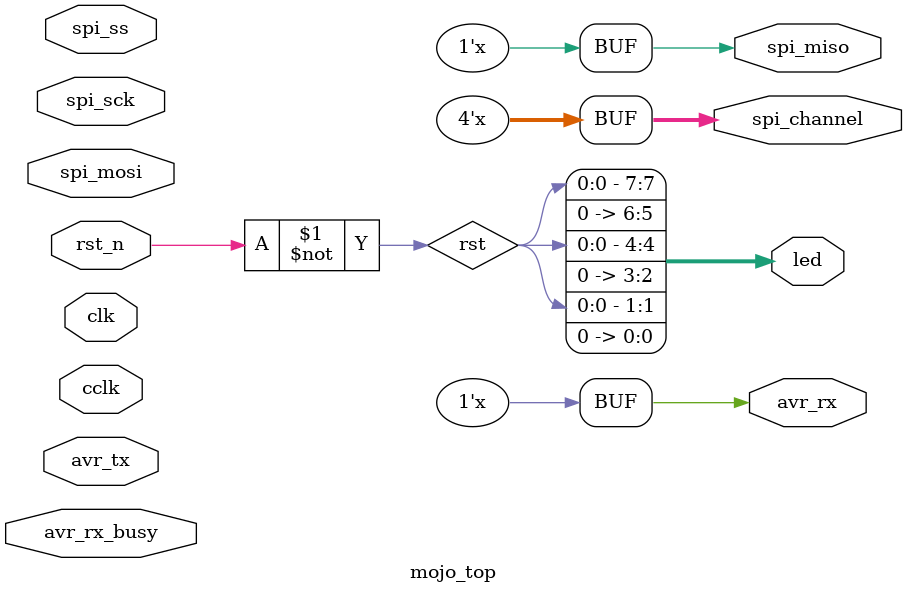
<source format=v>
module mojo_top(
    // 50MHz clock input
    input 	clk,
    // Input from reset button (active low)
    input 	rst_n,
    // cclk input from AVR, high when AVR is ready
    input 	cclk,
    // Outputs to the 8 onboard LEDs
    output	[7:0]led,
    // AVR SPI connections
    output 	spi_miso,
    input 	spi_ss,
    input 	spi_mosi,
    input 	spi_sck,
    // AVR ADC channel select
    output 	[3:0] spi_channel,
    // Serial connections
    input 	avr_tx, 			// AVR Tx => FPGA Rx
    output 	avr_rx, 			// AVR Rx => FPGA Tx
    input 	avr_rx_busy 	// AVR Rx buffer full
    );

wire rst = ~rst_n; // make reset active high

// these signals should be high-z when not used
assign spi_miso = 1'bz;
assign avr_rx = 1'bz;
assign spi_channel = 4'bzzzz;

//assign led = 8'b0;
//assign led[6:0] = 7'b0;
assign led[0] = 1'b0;
assign led[1] = rst;
assign led[2] = 1'b0;
assign led[3] = 1'b0;
assign led[4] = rst;
assign led[5] = 1'b0;
assign led[6] = 1'b0;
assign led[7] = rst;

endmodule
</source>
